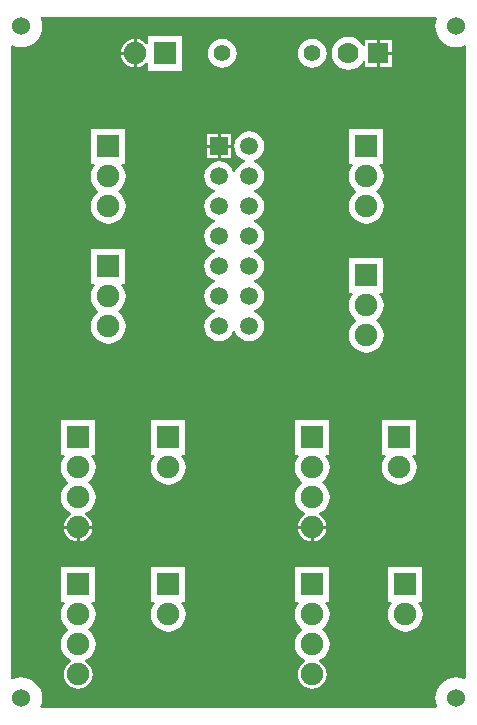
<source format=gtl>
G04 Layer_Physical_Order=1*
G04 Layer_Color=255*
%FSLAX24Y24*%
%MOIN*%
G70*
G01*
G75*
%ADD10C,0.0600*%
%ADD11C,0.0551*%
%ADD12R,0.0700X0.0700*%
%ADD13C,0.0700*%
%ADD14R,0.0750X0.0750*%
%ADD15C,0.0750*%
%ADD16R,0.0750X0.0750*%
%ADD17R,0.0591X0.0591*%
%ADD18C,0.0591*%
G36*
X53854Y42956D02*
X53818Y42836D01*
X53805Y42700D01*
X53818Y42564D01*
X53857Y42434D01*
X53922Y42314D01*
X54008Y42208D01*
X54114Y42122D01*
X54234Y42057D01*
X54364Y42018D01*
X54500Y42005D01*
X54636Y42018D01*
X54766Y42057D01*
X54774Y42062D01*
X54817Y42036D01*
Y20964D01*
X54774Y20938D01*
X54766Y20943D01*
X54636Y20982D01*
X54500Y20995D01*
X54364Y20982D01*
X54234Y20943D01*
X54114Y20878D01*
X54008Y20792D01*
X53922Y20686D01*
X53857Y20566D01*
X53818Y20436D01*
X53805Y20300D01*
X53818Y20164D01*
X53857Y20036D01*
X53859Y20028D01*
X53834Y19986D01*
X40666D01*
X40641Y20028D01*
X40643Y20036D01*
X40682Y20164D01*
X40695Y20300D01*
X40682Y20436D01*
X40643Y20566D01*
X40578Y20686D01*
X40492Y20792D01*
X40386Y20878D01*
X40266Y20943D01*
X40136Y20982D01*
X40000Y20995D01*
X39864Y20982D01*
X39734Y20943D01*
X39714Y20932D01*
X39671Y20958D01*
Y39370D01*
Y42042D01*
X39714Y42068D01*
X39734Y42057D01*
X39864Y42018D01*
X40000Y42005D01*
X40136Y42018D01*
X40266Y42057D01*
X40386Y42122D01*
X40492Y42208D01*
X40578Y42314D01*
X40643Y42434D01*
X40682Y42564D01*
X40695Y42700D01*
X40682Y42836D01*
X40646Y42956D01*
X40670Y43006D01*
X53830D01*
X53854Y42956D01*
D02*
G37*
%LPC*%
G36*
X50275Y29575D02*
X49125D01*
Y28425D01*
X49238D01*
X49263Y28375D01*
X49198Y28290D01*
X49140Y28150D01*
X49120Y28000D01*
X49140Y27850D01*
X49198Y27710D01*
X49290Y27590D01*
X49374Y27525D01*
Y27475D01*
X49290Y27410D01*
X49198Y27290D01*
X49140Y27150D01*
X49120Y27000D01*
X49140Y26850D01*
X49198Y26710D01*
X49290Y26590D01*
X49410Y26498D01*
X49475Y26471D01*
Y26421D01*
X49460Y26415D01*
X49361Y26339D01*
X49285Y26240D01*
X49237Y26124D01*
X49227Y26050D01*
X50173D01*
X50163Y26124D01*
X50115Y26240D01*
X50039Y26339D01*
X49940Y26415D01*
X49925Y26421D01*
Y26471D01*
X49990Y26498D01*
X50110Y26590D01*
X50202Y26710D01*
X50260Y26850D01*
X50280Y27000D01*
X50260Y27150D01*
X50202Y27290D01*
X50110Y27410D01*
X50026Y27475D01*
Y27525D01*
X50110Y27590D01*
X50202Y27710D01*
X50260Y27850D01*
X50280Y28000D01*
X50260Y28150D01*
X50202Y28290D01*
X50137Y28375D01*
X50162Y28425D01*
X50275D01*
Y29575D01*
D02*
G37*
G36*
X42475D02*
X41325D01*
Y28425D01*
X41438D01*
X41463Y28375D01*
X41398Y28290D01*
X41340Y28150D01*
X41320Y28000D01*
X41340Y27850D01*
X41398Y27710D01*
X41490Y27590D01*
X41574Y27525D01*
Y27475D01*
X41490Y27410D01*
X41398Y27290D01*
X41340Y27150D01*
X41320Y27000D01*
X41340Y26850D01*
X41398Y26710D01*
X41490Y26590D01*
X41610Y26498D01*
X41675Y26471D01*
Y26421D01*
X41660Y26415D01*
X41561Y26339D01*
X41485Y26240D01*
X41437Y26124D01*
X41427Y26050D01*
X42373D01*
X42363Y26124D01*
X42315Y26240D01*
X42239Y26339D01*
X42140Y26415D01*
X42125Y26421D01*
Y26471D01*
X42190Y26498D01*
X42310Y26590D01*
X42402Y26710D01*
X42460Y26850D01*
X42480Y27000D01*
X42460Y27150D01*
X42402Y27290D01*
X42310Y27410D01*
X42226Y27475D01*
Y27525D01*
X42310Y27590D01*
X42402Y27710D01*
X42460Y27850D01*
X42480Y28000D01*
X42460Y28150D01*
X42402Y28290D01*
X42337Y28375D01*
X42362Y28425D01*
X42475D01*
Y29575D01*
D02*
G37*
G36*
X50173Y25950D02*
X49750D01*
Y25527D01*
X49824Y25537D01*
X49940Y25585D01*
X50039Y25661D01*
X50115Y25760D01*
X50163Y25876D01*
X50173Y25950D01*
D02*
G37*
G36*
X45475Y29575D02*
X44325D01*
Y28425D01*
X44438D01*
X44463Y28375D01*
X44398Y28290D01*
X44340Y28150D01*
X44320Y28000D01*
X44340Y27850D01*
X44398Y27710D01*
X44490Y27590D01*
X44610Y27498D01*
X44750Y27440D01*
X44900Y27420D01*
X45050Y27440D01*
X45190Y27498D01*
X45310Y27590D01*
X45402Y27710D01*
X45460Y27850D01*
X45480Y28000D01*
X45460Y28150D01*
X45402Y28290D01*
X45337Y28375D01*
X45362Y28425D01*
X45475D01*
Y29575D01*
D02*
G37*
G36*
X43475Y35275D02*
X42325D01*
Y34125D01*
X42438D01*
X42463Y34075D01*
X42398Y33990D01*
X42340Y33850D01*
X42320Y33700D01*
X42340Y33550D01*
X42398Y33410D01*
X42490Y33290D01*
X42574Y33225D01*
Y33175D01*
X42490Y33110D01*
X42398Y32990D01*
X42340Y32850D01*
X42320Y32700D01*
X42340Y32550D01*
X42398Y32410D01*
X42490Y32290D01*
X42610Y32198D01*
X42750Y32140D01*
X42900Y32120D01*
X43050Y32140D01*
X43190Y32198D01*
X43310Y32290D01*
X43402Y32410D01*
X43460Y32550D01*
X43480Y32700D01*
X43460Y32850D01*
X43402Y32990D01*
X43310Y33110D01*
X43226Y33175D01*
Y33225D01*
X43310Y33290D01*
X43402Y33410D01*
X43460Y33550D01*
X43480Y33700D01*
X43460Y33850D01*
X43402Y33990D01*
X43337Y34075D01*
X43362Y34125D01*
X43475D01*
Y35275D01*
D02*
G37*
G36*
X52075Y34975D02*
X50925D01*
Y33825D01*
X51038D01*
X51063Y33775D01*
X50998Y33690D01*
X50940Y33550D01*
X50920Y33400D01*
X50940Y33250D01*
X50998Y33110D01*
X51090Y32990D01*
X51174Y32925D01*
Y32875D01*
X51090Y32810D01*
X50998Y32690D01*
X50940Y32550D01*
X50920Y32400D01*
X50940Y32250D01*
X50998Y32110D01*
X51090Y31990D01*
X51210Y31898D01*
X51350Y31840D01*
X51500Y31820D01*
X51650Y31840D01*
X51790Y31898D01*
X51910Y31990D01*
X52002Y32110D01*
X52060Y32250D01*
X52080Y32400D01*
X52060Y32550D01*
X52002Y32690D01*
X51910Y32810D01*
X51826Y32875D01*
Y32925D01*
X51910Y32990D01*
X52002Y33110D01*
X52060Y33250D01*
X52080Y33400D01*
X52060Y33550D01*
X52002Y33690D01*
X51937Y33775D01*
X51962Y33825D01*
X52075D01*
Y34975D01*
D02*
G37*
G36*
X53175Y29575D02*
X52025D01*
Y28425D01*
X52138D01*
X52163Y28375D01*
X52098Y28290D01*
X52040Y28150D01*
X52020Y28000D01*
X52040Y27850D01*
X52098Y27710D01*
X52190Y27590D01*
X52310Y27498D01*
X52450Y27440D01*
X52600Y27420D01*
X52750Y27440D01*
X52890Y27498D01*
X53010Y27590D01*
X53102Y27710D01*
X53160Y27850D01*
X53180Y28000D01*
X53160Y28150D01*
X53102Y28290D01*
X53037Y28375D01*
X53062Y28425D01*
X53175D01*
Y29575D01*
D02*
G37*
G36*
X45475Y24675D02*
X44325D01*
Y23525D01*
X44438D01*
X44463Y23475D01*
X44398Y23390D01*
X44340Y23250D01*
X44320Y23100D01*
X44340Y22950D01*
X44398Y22810D01*
X44490Y22690D01*
X44610Y22598D01*
X44750Y22540D01*
X44900Y22520D01*
X45050Y22540D01*
X45190Y22598D01*
X45310Y22690D01*
X45402Y22810D01*
X45460Y22950D01*
X45480Y23100D01*
X45460Y23250D01*
X45402Y23390D01*
X45337Y23475D01*
X45362Y23525D01*
X45475D01*
Y24675D01*
D02*
G37*
G36*
X50275D02*
X49125D01*
Y23525D01*
X49238D01*
X49263Y23475D01*
X49198Y23390D01*
X49140Y23250D01*
X49120Y23100D01*
X49140Y22950D01*
X49198Y22810D01*
X49290Y22690D01*
X49374Y22625D01*
Y22575D01*
X49290Y22510D01*
X49198Y22390D01*
X49140Y22250D01*
X49120Y22100D01*
X49140Y21950D01*
X49198Y21810D01*
X49290Y21690D01*
X49410Y21598D01*
X49475Y21571D01*
Y21521D01*
X49460Y21515D01*
X49361Y21439D01*
X49285Y21340D01*
X49237Y21224D01*
X49221Y21100D01*
X49237Y20976D01*
X49285Y20860D01*
X49361Y20761D01*
X49460Y20685D01*
X49576Y20637D01*
X49700Y20621D01*
X49824Y20637D01*
X49940Y20685D01*
X50039Y20761D01*
X50115Y20860D01*
X50163Y20976D01*
X50179Y21100D01*
X50163Y21224D01*
X50115Y21340D01*
X50039Y21439D01*
X49940Y21515D01*
X49925Y21521D01*
Y21571D01*
X49990Y21598D01*
X50110Y21690D01*
X50202Y21810D01*
X50260Y21950D01*
X50280Y22100D01*
X50260Y22250D01*
X50202Y22390D01*
X50110Y22510D01*
X50026Y22575D01*
Y22625D01*
X50110Y22690D01*
X50202Y22810D01*
X50260Y22950D01*
X50280Y23100D01*
X50260Y23250D01*
X50202Y23390D01*
X50137Y23475D01*
X50162Y23525D01*
X50275D01*
Y24675D01*
D02*
G37*
G36*
X42475D02*
X41325D01*
Y23525D01*
X41438D01*
X41463Y23475D01*
X41398Y23390D01*
X41340Y23250D01*
X41320Y23100D01*
X41340Y22950D01*
X41398Y22810D01*
X41490Y22690D01*
X41574Y22625D01*
Y22575D01*
X41490Y22510D01*
X41398Y22390D01*
X41340Y22250D01*
X41320Y22100D01*
X41340Y21950D01*
X41398Y21810D01*
X41490Y21690D01*
X41610Y21598D01*
X41675Y21571D01*
Y21521D01*
X41660Y21515D01*
X41561Y21439D01*
X41485Y21340D01*
X41437Y21224D01*
X41421Y21100D01*
X41437Y20976D01*
X41485Y20860D01*
X41561Y20761D01*
X41660Y20685D01*
X41776Y20637D01*
X41900Y20621D01*
X42024Y20637D01*
X42140Y20685D01*
X42239Y20761D01*
X42315Y20860D01*
X42363Y20976D01*
X42379Y21100D01*
X42363Y21224D01*
X42315Y21340D01*
X42239Y21439D01*
X42140Y21515D01*
X42125Y21521D01*
Y21571D01*
X42190Y21598D01*
X42310Y21690D01*
X42402Y21810D01*
X42460Y21950D01*
X42480Y22100D01*
X42460Y22250D01*
X42402Y22390D01*
X42310Y22510D01*
X42226Y22575D01*
Y22625D01*
X42310Y22690D01*
X42402Y22810D01*
X42460Y22950D01*
X42480Y23100D01*
X42460Y23250D01*
X42402Y23390D01*
X42337Y23475D01*
X42362Y23525D01*
X42475D01*
Y24675D01*
D02*
G37*
G36*
X53375D02*
X52225D01*
Y23525D01*
X52338D01*
X52363Y23475D01*
X52298Y23390D01*
X52240Y23250D01*
X52220Y23100D01*
X52240Y22950D01*
X52298Y22810D01*
X52390Y22690D01*
X52510Y22598D01*
X52650Y22540D01*
X52800Y22520D01*
X52950Y22540D01*
X53090Y22598D01*
X53210Y22690D01*
X53302Y22810D01*
X53360Y22950D01*
X53380Y23100D01*
X53360Y23250D01*
X53302Y23390D01*
X53237Y23475D01*
X53262Y23525D01*
X53375D01*
Y24675D01*
D02*
G37*
G36*
X49650Y25950D02*
X49227D01*
X49237Y25876D01*
X49285Y25760D01*
X49361Y25661D01*
X49460Y25585D01*
X49576Y25537D01*
X49650Y25527D01*
Y25950D01*
D02*
G37*
G36*
X42373D02*
X41950D01*
Y25527D01*
X42024Y25537D01*
X42140Y25585D01*
X42239Y25661D01*
X42315Y25760D01*
X42363Y25876D01*
X42373Y25950D01*
D02*
G37*
G36*
X41850D02*
X41427D01*
X41437Y25876D01*
X41485Y25760D01*
X41561Y25661D01*
X41660Y25585D01*
X41776Y25537D01*
X41850Y25527D01*
Y25950D01*
D02*
G37*
G36*
X43475Y39275D02*
X42325D01*
Y38125D01*
X42438D01*
X42463Y38075D01*
X42398Y37990D01*
X42340Y37850D01*
X42320Y37700D01*
X42340Y37550D01*
X42398Y37410D01*
X42490Y37290D01*
X42574Y37225D01*
Y37175D01*
X42490Y37110D01*
X42398Y36990D01*
X42340Y36850D01*
X42320Y36700D01*
X42340Y36550D01*
X42398Y36410D01*
X42490Y36290D01*
X42610Y36198D01*
X42750Y36140D01*
X42900Y36120D01*
X43050Y36140D01*
X43190Y36198D01*
X43310Y36290D01*
X43402Y36410D01*
X43460Y36550D01*
X43480Y36700D01*
X43460Y36850D01*
X43402Y36990D01*
X43310Y37110D01*
X43226Y37175D01*
Y37225D01*
X43310Y37290D01*
X43402Y37410D01*
X43460Y37550D01*
X43480Y37700D01*
X43460Y37850D01*
X43402Y37990D01*
X43337Y38075D01*
X43362Y38125D01*
X43475D01*
Y39275D01*
D02*
G37*
G36*
X50900Y42355D02*
X50756Y42336D01*
X50623Y42280D01*
X50508Y42192D01*
X50420Y42077D01*
X50364Y41944D01*
X50345Y41800D01*
X50364Y41656D01*
X50420Y41523D01*
X50508Y41408D01*
X50623Y41320D01*
X50756Y41264D01*
X50900Y41245D01*
X51044Y41264D01*
X51177Y41320D01*
X51292Y41408D01*
X51380Y41523D01*
X51400Y41570D01*
X51450Y41560D01*
Y41350D01*
X51850D01*
Y41800D01*
Y42250D01*
X51450D01*
Y42040D01*
X51400Y42030D01*
X51380Y42077D01*
X51292Y42192D01*
X51177Y42280D01*
X51044Y42336D01*
X50900Y42355D01*
D02*
G37*
G36*
X43750Y41750D02*
X43327D01*
X43337Y41676D01*
X43385Y41560D01*
X43461Y41461D01*
X43560Y41385D01*
X43676Y41337D01*
X43750Y41327D01*
Y41750D01*
D02*
G37*
G36*
X49700Y42280D02*
X49576Y42263D01*
X49460Y42215D01*
X49361Y42139D01*
X49285Y42040D01*
X49237Y41924D01*
X49220Y41800D01*
X49237Y41676D01*
X49285Y41560D01*
X49361Y41461D01*
X49460Y41385D01*
X49576Y41337D01*
X49700Y41320D01*
X49824Y41337D01*
X49940Y41385D01*
X50039Y41461D01*
X50115Y41560D01*
X50163Y41676D01*
X50180Y41800D01*
X50163Y41924D01*
X50115Y42040D01*
X50039Y42139D01*
X49940Y42215D01*
X49824Y42263D01*
X49700Y42280D01*
D02*
G37*
G36*
X52350Y41750D02*
X51950D01*
Y41350D01*
X52350D01*
Y41750D01*
D02*
G37*
G36*
X45375Y42375D02*
X44225D01*
Y42109D01*
X44175Y42092D01*
X44139Y42139D01*
X44040Y42215D01*
X43924Y42263D01*
X43850Y42273D01*
Y41800D01*
Y41327D01*
X43924Y41337D01*
X44040Y41385D01*
X44139Y41461D01*
X44175Y41508D01*
X44225Y41491D01*
Y41225D01*
X45375D01*
Y42375D01*
D02*
G37*
G36*
X52350Y42250D02*
X51950D01*
Y41850D01*
X52350D01*
Y42250D01*
D02*
G37*
G36*
X43750Y42273D02*
X43676Y42263D01*
X43560Y42215D01*
X43461Y42139D01*
X43385Y42040D01*
X43337Y41924D01*
X43327Y41850D01*
X43750D01*
Y42273D01*
D02*
G37*
G36*
X46550Y38650D02*
X46205D01*
Y38305D01*
X46550D01*
Y38650D01*
D02*
G37*
G36*
X47600Y39200D02*
X47471Y39183D01*
X47350Y39133D01*
X47247Y39053D01*
X47167Y38950D01*
X47117Y38829D01*
X47100Y38700D01*
X47117Y38571D01*
X47167Y38450D01*
X47247Y38347D01*
X47350Y38267D01*
X47448Y38227D01*
Y38173D01*
X47350Y38133D01*
X47247Y38053D01*
X47167Y37950D01*
X47127Y37852D01*
X47073D01*
X47033Y37950D01*
X46953Y38053D01*
X46850Y38133D01*
X46729Y38183D01*
X46600Y38200D01*
X46471Y38183D01*
X46350Y38133D01*
X46247Y38053D01*
X46167Y37950D01*
X46117Y37829D01*
X46100Y37700D01*
X46117Y37571D01*
X46167Y37450D01*
X46247Y37347D01*
X46350Y37267D01*
X46448Y37227D01*
Y37173D01*
X46350Y37133D01*
X46247Y37053D01*
X46167Y36950D01*
X46117Y36829D01*
X46100Y36700D01*
X46117Y36571D01*
X46167Y36450D01*
X46247Y36347D01*
X46350Y36267D01*
X46448Y36227D01*
Y36173D01*
X46350Y36133D01*
X46247Y36053D01*
X46167Y35950D01*
X46117Y35829D01*
X46100Y35700D01*
X46117Y35571D01*
X46167Y35450D01*
X46247Y35347D01*
X46350Y35267D01*
X46448Y35227D01*
Y35173D01*
X46350Y35133D01*
X46247Y35053D01*
X46167Y34950D01*
X46117Y34829D01*
X46100Y34700D01*
X46117Y34571D01*
X46167Y34450D01*
X46247Y34347D01*
X46350Y34267D01*
X46448Y34227D01*
Y34173D01*
X46350Y34133D01*
X46247Y34053D01*
X46167Y33950D01*
X46117Y33829D01*
X46100Y33700D01*
X46117Y33571D01*
X46167Y33450D01*
X46247Y33347D01*
X46350Y33267D01*
X46448Y33227D01*
Y33173D01*
X46350Y33133D01*
X46247Y33053D01*
X46167Y32950D01*
X46117Y32829D01*
X46100Y32700D01*
X46117Y32571D01*
X46167Y32450D01*
X46247Y32347D01*
X46350Y32267D01*
X46471Y32217D01*
X46600Y32200D01*
X46729Y32217D01*
X46850Y32267D01*
X46953Y32347D01*
X47033Y32450D01*
X47073Y32548D01*
X47127D01*
X47167Y32450D01*
X47247Y32347D01*
X47350Y32267D01*
X47471Y32217D01*
X47600Y32200D01*
X47729Y32217D01*
X47850Y32267D01*
X47953Y32347D01*
X48033Y32450D01*
X48083Y32571D01*
X48100Y32700D01*
X48083Y32829D01*
X48033Y32950D01*
X47953Y33053D01*
X47850Y33133D01*
X47752Y33173D01*
Y33227D01*
X47850Y33267D01*
X47953Y33347D01*
X48033Y33450D01*
X48083Y33571D01*
X48100Y33700D01*
X48083Y33829D01*
X48033Y33950D01*
X47953Y34053D01*
X47850Y34133D01*
X47752Y34173D01*
Y34227D01*
X47850Y34267D01*
X47953Y34347D01*
X48033Y34450D01*
X48083Y34571D01*
X48100Y34700D01*
X48083Y34829D01*
X48033Y34950D01*
X47953Y35053D01*
X47850Y35133D01*
X47752Y35173D01*
Y35227D01*
X47850Y35267D01*
X47953Y35347D01*
X48033Y35450D01*
X48083Y35571D01*
X48100Y35700D01*
X48083Y35829D01*
X48033Y35950D01*
X47953Y36053D01*
X47850Y36133D01*
X47752Y36173D01*
Y36227D01*
X47850Y36267D01*
X47953Y36347D01*
X48033Y36450D01*
X48083Y36571D01*
X48100Y36700D01*
X48083Y36829D01*
X48033Y36950D01*
X47953Y37053D01*
X47850Y37133D01*
X47752Y37173D01*
Y37227D01*
X47850Y37267D01*
X47953Y37347D01*
X48033Y37450D01*
X48083Y37571D01*
X48100Y37700D01*
X48083Y37829D01*
X48033Y37950D01*
X47953Y38053D01*
X47850Y38133D01*
X47752Y38173D01*
Y38227D01*
X47850Y38267D01*
X47953Y38347D01*
X48033Y38450D01*
X48083Y38571D01*
X48100Y38700D01*
X48083Y38829D01*
X48033Y38950D01*
X47953Y39053D01*
X47850Y39133D01*
X47729Y39183D01*
X47600Y39200D01*
D02*
G37*
G36*
X52075Y39275D02*
X50925D01*
Y38125D01*
X51038D01*
X51063Y38075D01*
X50998Y37990D01*
X50940Y37850D01*
X50920Y37700D01*
X50940Y37550D01*
X50998Y37410D01*
X51090Y37290D01*
X51174Y37225D01*
Y37175D01*
X51090Y37110D01*
X50998Y36990D01*
X50940Y36850D01*
X50920Y36700D01*
X50940Y36550D01*
X50998Y36410D01*
X51090Y36290D01*
X51210Y36198D01*
X51350Y36140D01*
X51500Y36120D01*
X51650Y36140D01*
X51790Y36198D01*
X51910Y36290D01*
X52002Y36410D01*
X52060Y36550D01*
X52080Y36700D01*
X52060Y36850D01*
X52002Y36990D01*
X51910Y37110D01*
X51826Y37175D01*
Y37225D01*
X51910Y37290D01*
X52002Y37410D01*
X52060Y37550D01*
X52080Y37700D01*
X52060Y37850D01*
X52002Y37990D01*
X51937Y38075D01*
X51962Y38125D01*
X52075D01*
Y39275D01*
D02*
G37*
G36*
X46995Y38650D02*
X46650D01*
Y38305D01*
X46995D01*
Y38650D01*
D02*
G37*
G36*
X46700Y42280D02*
X46576Y42263D01*
X46460Y42215D01*
X46361Y42139D01*
X46285Y42040D01*
X46237Y41924D01*
X46220Y41800D01*
X46237Y41676D01*
X46285Y41560D01*
X46361Y41461D01*
X46460Y41385D01*
X46576Y41337D01*
X46700Y41320D01*
X46824Y41337D01*
X46940Y41385D01*
X47039Y41461D01*
X47115Y41560D01*
X47163Y41676D01*
X47180Y41800D01*
X47163Y41924D01*
X47115Y42040D01*
X47039Y42139D01*
X46940Y42215D01*
X46824Y42263D01*
X46700Y42280D01*
D02*
G37*
G36*
X46995Y39095D02*
X46650D01*
Y38750D01*
X46995D01*
Y39095D01*
D02*
G37*
G36*
X46550D02*
X46205D01*
Y38750D01*
X46550D01*
Y39095D01*
D02*
G37*
%LPD*%
D10*
X40000Y20300D02*
D03*
X54500D02*
D03*
X40000Y42700D02*
D03*
X54500D02*
D03*
D11*
X46700Y41800D02*
D03*
X49700D02*
D03*
D12*
X51900D02*
D03*
D13*
X50900D02*
D03*
D14*
X44800D02*
D03*
D15*
X43800D02*
D03*
X51500Y36700D02*
D03*
Y37700D02*
D03*
Y32400D02*
D03*
Y33400D02*
D03*
X42900Y36700D02*
D03*
Y37700D02*
D03*
Y32700D02*
D03*
Y33700D02*
D03*
X52600Y28000D02*
D03*
X44900D02*
D03*
X49700D02*
D03*
Y27000D02*
D03*
Y26000D02*
D03*
X41900Y28000D02*
D03*
Y27000D02*
D03*
Y26000D02*
D03*
X52800Y23100D02*
D03*
X44900D02*
D03*
X49700D02*
D03*
Y22100D02*
D03*
Y21100D02*
D03*
X41900Y23100D02*
D03*
Y22100D02*
D03*
Y21100D02*
D03*
D16*
X51500Y38700D02*
D03*
Y34400D02*
D03*
X42900Y38700D02*
D03*
Y34700D02*
D03*
X52600Y29000D02*
D03*
X44900D02*
D03*
X49700D02*
D03*
X41900D02*
D03*
X52800Y24100D02*
D03*
X44900D02*
D03*
X49700D02*
D03*
X41900D02*
D03*
D17*
X46600Y38700D02*
D03*
D18*
Y37700D02*
D03*
Y36700D02*
D03*
Y35700D02*
D03*
Y34700D02*
D03*
Y33700D02*
D03*
Y32700D02*
D03*
X47600Y38700D02*
D03*
Y37700D02*
D03*
Y36700D02*
D03*
Y35700D02*
D03*
Y34700D02*
D03*
Y33700D02*
D03*
Y32700D02*
D03*
M02*

</source>
